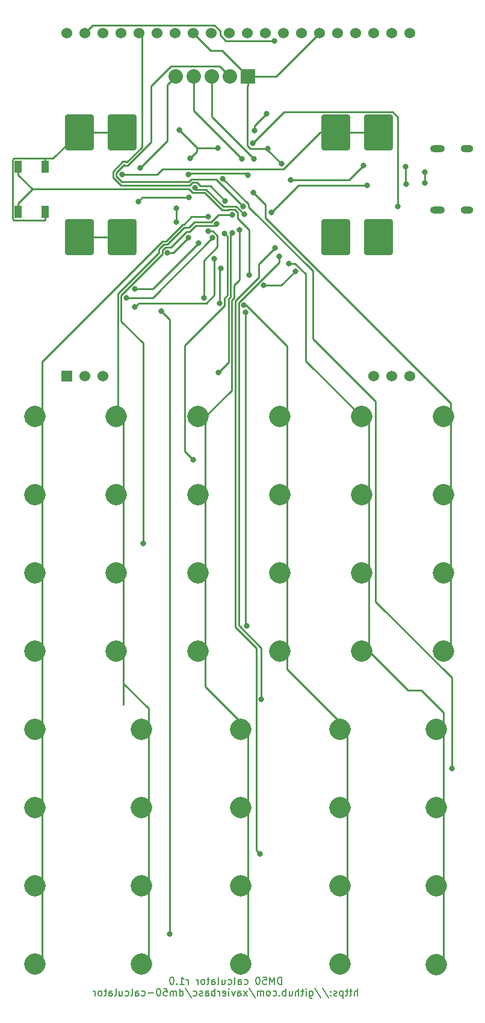
<source format=gbr>
%TF.GenerationSoftware,KiCad,Pcbnew,8.0.1*%
%TF.CreationDate,2024-04-23T17:34:02+02:00*%
%TF.ProjectId,DM50,444d3530-2e6b-4696-9361-645f70636258,rev?*%
%TF.SameCoordinates,Original*%
%TF.FileFunction,Copper,L2,Bot*%
%TF.FilePolarity,Positive*%
%FSLAX46Y46*%
G04 Gerber Fmt 4.6, Leading zero omitted, Abs format (unit mm)*
G04 Created by KiCad (PCBNEW 8.0.1) date 2024-04-23 17:34:02*
%MOMM*%
%LPD*%
G01*
G04 APERTURE LIST*
G04 Aperture macros list*
%AMRoundRect*
0 Rectangle with rounded corners*
0 $1 Rounding radius*
0 $2 $3 $4 $5 $6 $7 $8 $9 X,Y pos of 4 corners*
0 Add a 4 corners polygon primitive as box body*
4,1,4,$2,$3,$4,$5,$6,$7,$8,$9,$2,$3,0*
0 Add four circle primitives for the rounded corners*
1,1,$1+$1,$2,$3*
1,1,$1+$1,$4,$5*
1,1,$1+$1,$6,$7*
1,1,$1+$1,$8,$9*
0 Add four rect primitives between the rounded corners*
20,1,$1+$1,$2,$3,$4,$5,0*
20,1,$1+$1,$4,$5,$6,$7,0*
20,1,$1+$1,$6,$7,$8,$9,0*
20,1,$1+$1,$8,$9,$2,$3,0*%
%AMFreePoly0*
4,1,39,-0.648508,1.451192,-0.414662,1.370913,-0.197219,1.253238,-0.002109,1.101379,0.165343,0.919476,0.300572,0.712493,0.399888,0.486075,0.460583,0.246398,0.481000,0.000000,0.460583,-0.246398,0.399888,-0.486075,0.300572,-0.712493,0.165343,-0.919476,-0.002109,-1.101379,-0.197219,-1.253238,-0.414662,-1.370913,-0.648508,-1.451192,-0.892379,-1.491887,-1.139621,-1.491887,-1.383492,-1.451192,
-1.617338,-1.370913,-1.834781,-1.253238,-2.029891,-1.101379,-2.197343,-0.919476,-2.332572,-0.712493,-2.431888,-0.486075,-2.492583,-0.246398,-2.513000,0.000000,-2.492583,0.246398,-2.431888,0.486075,-2.332572,0.712493,-2.197343,0.919476,-2.029891,1.101379,-1.834781,1.253238,-1.617338,1.370913,-1.383492,1.451192,-1.139621,1.491887,-0.892379,1.491887,-0.648508,1.451192,-0.648508,1.451192,
$1*%
G04 Aperture macros list end*
%ADD10C,0.150000*%
%TA.AperFunction,NonConductor*%
%ADD11C,0.150000*%
%TD*%
%TA.AperFunction,ComponentPad*%
%ADD12FreePoly0,0.000000*%
%TD*%
%TA.AperFunction,ComponentPad*%
%ADD13O,2.100000X1.000000*%
%TD*%
%TA.AperFunction,ComponentPad*%
%ADD14O,1.800000X1.000000*%
%TD*%
%TA.AperFunction,ComponentPad*%
%ADD15R,1.524000X1.524000*%
%TD*%
%TA.AperFunction,ComponentPad*%
%ADD16C,1.524000*%
%TD*%
%TA.AperFunction,ComponentPad*%
%ADD17RoundRect,0.250000X1.750000X-2.250000X1.750000X2.250000X-1.750000X2.250000X-1.750000X-2.250000X0*%
%TD*%
%TA.AperFunction,SMDPad,CuDef*%
%ADD18R,2.032000X2.032000*%
%TD*%
%TA.AperFunction,SMDPad,CuDef*%
%ADD19C,2.032000*%
%TD*%
%TA.AperFunction,SMDPad,CuDef*%
%ADD20R,1.000000X1.700000*%
%TD*%
%TA.AperFunction,ViaPad*%
%ADD21C,0.800000*%
%TD*%
%TA.AperFunction,Conductor*%
%ADD22C,0.250000*%
%TD*%
G04 APERTURE END LIST*
D10*
D11*
X90233334Y-167859875D02*
X90233334Y-166859875D01*
X90233334Y-166859875D02*
X89995239Y-166859875D01*
X89995239Y-166859875D02*
X89852382Y-166907494D01*
X89852382Y-166907494D02*
X89757144Y-167002732D01*
X89757144Y-167002732D02*
X89709525Y-167097970D01*
X89709525Y-167097970D02*
X89661906Y-167288446D01*
X89661906Y-167288446D02*
X89661906Y-167431303D01*
X89661906Y-167431303D02*
X89709525Y-167621779D01*
X89709525Y-167621779D02*
X89757144Y-167717017D01*
X89757144Y-167717017D02*
X89852382Y-167812256D01*
X89852382Y-167812256D02*
X89995239Y-167859875D01*
X89995239Y-167859875D02*
X90233334Y-167859875D01*
X89233334Y-167859875D02*
X89233334Y-166859875D01*
X89233334Y-166859875D02*
X88900001Y-167574160D01*
X88900001Y-167574160D02*
X88566668Y-166859875D01*
X88566668Y-166859875D02*
X88566668Y-167859875D01*
X87614287Y-166859875D02*
X88090477Y-166859875D01*
X88090477Y-166859875D02*
X88138096Y-167336065D01*
X88138096Y-167336065D02*
X88090477Y-167288446D01*
X88090477Y-167288446D02*
X87995239Y-167240827D01*
X87995239Y-167240827D02*
X87757144Y-167240827D01*
X87757144Y-167240827D02*
X87661906Y-167288446D01*
X87661906Y-167288446D02*
X87614287Y-167336065D01*
X87614287Y-167336065D02*
X87566668Y-167431303D01*
X87566668Y-167431303D02*
X87566668Y-167669398D01*
X87566668Y-167669398D02*
X87614287Y-167764636D01*
X87614287Y-167764636D02*
X87661906Y-167812256D01*
X87661906Y-167812256D02*
X87757144Y-167859875D01*
X87757144Y-167859875D02*
X87995239Y-167859875D01*
X87995239Y-167859875D02*
X88090477Y-167812256D01*
X88090477Y-167812256D02*
X88138096Y-167764636D01*
X86947620Y-166859875D02*
X86852382Y-166859875D01*
X86852382Y-166859875D02*
X86757144Y-166907494D01*
X86757144Y-166907494D02*
X86709525Y-166955113D01*
X86709525Y-166955113D02*
X86661906Y-167050351D01*
X86661906Y-167050351D02*
X86614287Y-167240827D01*
X86614287Y-167240827D02*
X86614287Y-167478922D01*
X86614287Y-167478922D02*
X86661906Y-167669398D01*
X86661906Y-167669398D02*
X86709525Y-167764636D01*
X86709525Y-167764636D02*
X86757144Y-167812256D01*
X86757144Y-167812256D02*
X86852382Y-167859875D01*
X86852382Y-167859875D02*
X86947620Y-167859875D01*
X86947620Y-167859875D02*
X87042858Y-167812256D01*
X87042858Y-167812256D02*
X87090477Y-167764636D01*
X87090477Y-167764636D02*
X87138096Y-167669398D01*
X87138096Y-167669398D02*
X87185715Y-167478922D01*
X87185715Y-167478922D02*
X87185715Y-167240827D01*
X87185715Y-167240827D02*
X87138096Y-167050351D01*
X87138096Y-167050351D02*
X87090477Y-166955113D01*
X87090477Y-166955113D02*
X87042858Y-166907494D01*
X87042858Y-166907494D02*
X86947620Y-166859875D01*
X84995239Y-167812256D02*
X85090477Y-167859875D01*
X85090477Y-167859875D02*
X85280953Y-167859875D01*
X85280953Y-167859875D02*
X85376191Y-167812256D01*
X85376191Y-167812256D02*
X85423810Y-167764636D01*
X85423810Y-167764636D02*
X85471429Y-167669398D01*
X85471429Y-167669398D02*
X85471429Y-167383684D01*
X85471429Y-167383684D02*
X85423810Y-167288446D01*
X85423810Y-167288446D02*
X85376191Y-167240827D01*
X85376191Y-167240827D02*
X85280953Y-167193208D01*
X85280953Y-167193208D02*
X85090477Y-167193208D01*
X85090477Y-167193208D02*
X84995239Y-167240827D01*
X84138096Y-167859875D02*
X84138096Y-167336065D01*
X84138096Y-167336065D02*
X84185715Y-167240827D01*
X84185715Y-167240827D02*
X84280953Y-167193208D01*
X84280953Y-167193208D02*
X84471429Y-167193208D01*
X84471429Y-167193208D02*
X84566667Y-167240827D01*
X84138096Y-167812256D02*
X84233334Y-167859875D01*
X84233334Y-167859875D02*
X84471429Y-167859875D01*
X84471429Y-167859875D02*
X84566667Y-167812256D01*
X84566667Y-167812256D02*
X84614286Y-167717017D01*
X84614286Y-167717017D02*
X84614286Y-167621779D01*
X84614286Y-167621779D02*
X84566667Y-167526541D01*
X84566667Y-167526541D02*
X84471429Y-167478922D01*
X84471429Y-167478922D02*
X84233334Y-167478922D01*
X84233334Y-167478922D02*
X84138096Y-167431303D01*
X83519048Y-167859875D02*
X83614286Y-167812256D01*
X83614286Y-167812256D02*
X83661905Y-167717017D01*
X83661905Y-167717017D02*
X83661905Y-166859875D01*
X82709524Y-167812256D02*
X82804762Y-167859875D01*
X82804762Y-167859875D02*
X82995238Y-167859875D01*
X82995238Y-167859875D02*
X83090476Y-167812256D01*
X83090476Y-167812256D02*
X83138095Y-167764636D01*
X83138095Y-167764636D02*
X83185714Y-167669398D01*
X83185714Y-167669398D02*
X83185714Y-167383684D01*
X83185714Y-167383684D02*
X83138095Y-167288446D01*
X83138095Y-167288446D02*
X83090476Y-167240827D01*
X83090476Y-167240827D02*
X82995238Y-167193208D01*
X82995238Y-167193208D02*
X82804762Y-167193208D01*
X82804762Y-167193208D02*
X82709524Y-167240827D01*
X81852381Y-167193208D02*
X81852381Y-167859875D01*
X82280952Y-167193208D02*
X82280952Y-167717017D01*
X82280952Y-167717017D02*
X82233333Y-167812256D01*
X82233333Y-167812256D02*
X82138095Y-167859875D01*
X82138095Y-167859875D02*
X81995238Y-167859875D01*
X81995238Y-167859875D02*
X81900000Y-167812256D01*
X81900000Y-167812256D02*
X81852381Y-167764636D01*
X81233333Y-167859875D02*
X81328571Y-167812256D01*
X81328571Y-167812256D02*
X81376190Y-167717017D01*
X81376190Y-167717017D02*
X81376190Y-166859875D01*
X80423809Y-167859875D02*
X80423809Y-167336065D01*
X80423809Y-167336065D02*
X80471428Y-167240827D01*
X80471428Y-167240827D02*
X80566666Y-167193208D01*
X80566666Y-167193208D02*
X80757142Y-167193208D01*
X80757142Y-167193208D02*
X80852380Y-167240827D01*
X80423809Y-167812256D02*
X80519047Y-167859875D01*
X80519047Y-167859875D02*
X80757142Y-167859875D01*
X80757142Y-167859875D02*
X80852380Y-167812256D01*
X80852380Y-167812256D02*
X80899999Y-167717017D01*
X80899999Y-167717017D02*
X80899999Y-167621779D01*
X80899999Y-167621779D02*
X80852380Y-167526541D01*
X80852380Y-167526541D02*
X80757142Y-167478922D01*
X80757142Y-167478922D02*
X80519047Y-167478922D01*
X80519047Y-167478922D02*
X80423809Y-167431303D01*
X80090475Y-167193208D02*
X79709523Y-167193208D01*
X79947618Y-166859875D02*
X79947618Y-167717017D01*
X79947618Y-167717017D02*
X79899999Y-167812256D01*
X79899999Y-167812256D02*
X79804761Y-167859875D01*
X79804761Y-167859875D02*
X79709523Y-167859875D01*
X79233332Y-167859875D02*
X79328570Y-167812256D01*
X79328570Y-167812256D02*
X79376189Y-167764636D01*
X79376189Y-167764636D02*
X79423808Y-167669398D01*
X79423808Y-167669398D02*
X79423808Y-167383684D01*
X79423808Y-167383684D02*
X79376189Y-167288446D01*
X79376189Y-167288446D02*
X79328570Y-167240827D01*
X79328570Y-167240827D02*
X79233332Y-167193208D01*
X79233332Y-167193208D02*
X79090475Y-167193208D01*
X79090475Y-167193208D02*
X78995237Y-167240827D01*
X78995237Y-167240827D02*
X78947618Y-167288446D01*
X78947618Y-167288446D02*
X78899999Y-167383684D01*
X78899999Y-167383684D02*
X78899999Y-167669398D01*
X78899999Y-167669398D02*
X78947618Y-167764636D01*
X78947618Y-167764636D02*
X78995237Y-167812256D01*
X78995237Y-167812256D02*
X79090475Y-167859875D01*
X79090475Y-167859875D02*
X79233332Y-167859875D01*
X78471427Y-167859875D02*
X78471427Y-167193208D01*
X78471427Y-167383684D02*
X78423808Y-167288446D01*
X78423808Y-167288446D02*
X78376189Y-167240827D01*
X78376189Y-167240827D02*
X78280951Y-167193208D01*
X78280951Y-167193208D02*
X78185713Y-167193208D01*
X77090474Y-167859875D02*
X77090474Y-167193208D01*
X77090474Y-167383684D02*
X77042855Y-167288446D01*
X77042855Y-167288446D02*
X76995236Y-167240827D01*
X76995236Y-167240827D02*
X76899998Y-167193208D01*
X76899998Y-167193208D02*
X76804760Y-167193208D01*
X75947617Y-167859875D02*
X76519045Y-167859875D01*
X76233331Y-167859875D02*
X76233331Y-166859875D01*
X76233331Y-166859875D02*
X76328569Y-167002732D01*
X76328569Y-167002732D02*
X76423807Y-167097970D01*
X76423807Y-167097970D02*
X76519045Y-167145589D01*
X75519045Y-167764636D02*
X75471426Y-167812256D01*
X75471426Y-167812256D02*
X75519045Y-167859875D01*
X75519045Y-167859875D02*
X75566664Y-167812256D01*
X75566664Y-167812256D02*
X75519045Y-167764636D01*
X75519045Y-167764636D02*
X75519045Y-167859875D01*
X74852379Y-166859875D02*
X74757141Y-166859875D01*
X74757141Y-166859875D02*
X74661903Y-166907494D01*
X74661903Y-166907494D02*
X74614284Y-166955113D01*
X74614284Y-166955113D02*
X74566665Y-167050351D01*
X74566665Y-167050351D02*
X74519046Y-167240827D01*
X74519046Y-167240827D02*
X74519046Y-167478922D01*
X74519046Y-167478922D02*
X74566665Y-167669398D01*
X74566665Y-167669398D02*
X74614284Y-167764636D01*
X74614284Y-167764636D02*
X74661903Y-167812256D01*
X74661903Y-167812256D02*
X74757141Y-167859875D01*
X74757141Y-167859875D02*
X74852379Y-167859875D01*
X74852379Y-167859875D02*
X74947617Y-167812256D01*
X74947617Y-167812256D02*
X74995236Y-167764636D01*
X74995236Y-167764636D02*
X75042855Y-167669398D01*
X75042855Y-167669398D02*
X75090474Y-167478922D01*
X75090474Y-167478922D02*
X75090474Y-167240827D01*
X75090474Y-167240827D02*
X75042855Y-167050351D01*
X75042855Y-167050351D02*
X74995236Y-166955113D01*
X74995236Y-166955113D02*
X74947617Y-166907494D01*
X74947617Y-166907494D02*
X74852379Y-166859875D01*
X100923810Y-169469819D02*
X100923810Y-168469819D01*
X100495239Y-169469819D02*
X100495239Y-168946009D01*
X100495239Y-168946009D02*
X100542858Y-168850771D01*
X100542858Y-168850771D02*
X100638096Y-168803152D01*
X100638096Y-168803152D02*
X100780953Y-168803152D01*
X100780953Y-168803152D02*
X100876191Y-168850771D01*
X100876191Y-168850771D02*
X100923810Y-168898390D01*
X100161905Y-168803152D02*
X99780953Y-168803152D01*
X100019048Y-168469819D02*
X100019048Y-169326961D01*
X100019048Y-169326961D02*
X99971429Y-169422200D01*
X99971429Y-169422200D02*
X99876191Y-169469819D01*
X99876191Y-169469819D02*
X99780953Y-169469819D01*
X99590476Y-168803152D02*
X99209524Y-168803152D01*
X99447619Y-168469819D02*
X99447619Y-169326961D01*
X99447619Y-169326961D02*
X99400000Y-169422200D01*
X99400000Y-169422200D02*
X99304762Y-169469819D01*
X99304762Y-169469819D02*
X99209524Y-169469819D01*
X98876190Y-168803152D02*
X98876190Y-169803152D01*
X98876190Y-168850771D02*
X98780952Y-168803152D01*
X98780952Y-168803152D02*
X98590476Y-168803152D01*
X98590476Y-168803152D02*
X98495238Y-168850771D01*
X98495238Y-168850771D02*
X98447619Y-168898390D01*
X98447619Y-168898390D02*
X98400000Y-168993628D01*
X98400000Y-168993628D02*
X98400000Y-169279342D01*
X98400000Y-169279342D02*
X98447619Y-169374580D01*
X98447619Y-169374580D02*
X98495238Y-169422200D01*
X98495238Y-169422200D02*
X98590476Y-169469819D01*
X98590476Y-169469819D02*
X98780952Y-169469819D01*
X98780952Y-169469819D02*
X98876190Y-169422200D01*
X98019047Y-169422200D02*
X97923809Y-169469819D01*
X97923809Y-169469819D02*
X97733333Y-169469819D01*
X97733333Y-169469819D02*
X97638095Y-169422200D01*
X97638095Y-169422200D02*
X97590476Y-169326961D01*
X97590476Y-169326961D02*
X97590476Y-169279342D01*
X97590476Y-169279342D02*
X97638095Y-169184104D01*
X97638095Y-169184104D02*
X97733333Y-169136485D01*
X97733333Y-169136485D02*
X97876190Y-169136485D01*
X97876190Y-169136485D02*
X97971428Y-169088866D01*
X97971428Y-169088866D02*
X98019047Y-168993628D01*
X98019047Y-168993628D02*
X98019047Y-168946009D01*
X98019047Y-168946009D02*
X97971428Y-168850771D01*
X97971428Y-168850771D02*
X97876190Y-168803152D01*
X97876190Y-168803152D02*
X97733333Y-168803152D01*
X97733333Y-168803152D02*
X97638095Y-168850771D01*
X97161904Y-169374580D02*
X97114285Y-169422200D01*
X97114285Y-169422200D02*
X97161904Y-169469819D01*
X97161904Y-169469819D02*
X97209523Y-169422200D01*
X97209523Y-169422200D02*
X97161904Y-169374580D01*
X97161904Y-169374580D02*
X97161904Y-169469819D01*
X97161904Y-168850771D02*
X97114285Y-168898390D01*
X97114285Y-168898390D02*
X97161904Y-168946009D01*
X97161904Y-168946009D02*
X97209523Y-168898390D01*
X97209523Y-168898390D02*
X97161904Y-168850771D01*
X97161904Y-168850771D02*
X97161904Y-168946009D01*
X95971429Y-168422200D02*
X96828571Y-169707914D01*
X94923810Y-168422200D02*
X95780952Y-169707914D01*
X94161905Y-168803152D02*
X94161905Y-169612676D01*
X94161905Y-169612676D02*
X94209524Y-169707914D01*
X94209524Y-169707914D02*
X94257143Y-169755533D01*
X94257143Y-169755533D02*
X94352381Y-169803152D01*
X94352381Y-169803152D02*
X94495238Y-169803152D01*
X94495238Y-169803152D02*
X94590476Y-169755533D01*
X94161905Y-169422200D02*
X94257143Y-169469819D01*
X94257143Y-169469819D02*
X94447619Y-169469819D01*
X94447619Y-169469819D02*
X94542857Y-169422200D01*
X94542857Y-169422200D02*
X94590476Y-169374580D01*
X94590476Y-169374580D02*
X94638095Y-169279342D01*
X94638095Y-169279342D02*
X94638095Y-168993628D01*
X94638095Y-168993628D02*
X94590476Y-168898390D01*
X94590476Y-168898390D02*
X94542857Y-168850771D01*
X94542857Y-168850771D02*
X94447619Y-168803152D01*
X94447619Y-168803152D02*
X94257143Y-168803152D01*
X94257143Y-168803152D02*
X94161905Y-168850771D01*
X93685714Y-169469819D02*
X93685714Y-168803152D01*
X93685714Y-168469819D02*
X93733333Y-168517438D01*
X93733333Y-168517438D02*
X93685714Y-168565057D01*
X93685714Y-168565057D02*
X93638095Y-168517438D01*
X93638095Y-168517438D02*
X93685714Y-168469819D01*
X93685714Y-168469819D02*
X93685714Y-168565057D01*
X93352381Y-168803152D02*
X92971429Y-168803152D01*
X93209524Y-168469819D02*
X93209524Y-169326961D01*
X93209524Y-169326961D02*
X93161905Y-169422200D01*
X93161905Y-169422200D02*
X93066667Y-169469819D01*
X93066667Y-169469819D02*
X92971429Y-169469819D01*
X92638095Y-169469819D02*
X92638095Y-168469819D01*
X92209524Y-169469819D02*
X92209524Y-168946009D01*
X92209524Y-168946009D02*
X92257143Y-168850771D01*
X92257143Y-168850771D02*
X92352381Y-168803152D01*
X92352381Y-168803152D02*
X92495238Y-168803152D01*
X92495238Y-168803152D02*
X92590476Y-168850771D01*
X92590476Y-168850771D02*
X92638095Y-168898390D01*
X91304762Y-168803152D02*
X91304762Y-169469819D01*
X91733333Y-168803152D02*
X91733333Y-169326961D01*
X91733333Y-169326961D02*
X91685714Y-169422200D01*
X91685714Y-169422200D02*
X91590476Y-169469819D01*
X91590476Y-169469819D02*
X91447619Y-169469819D01*
X91447619Y-169469819D02*
X91352381Y-169422200D01*
X91352381Y-169422200D02*
X91304762Y-169374580D01*
X90828571Y-169469819D02*
X90828571Y-168469819D01*
X90828571Y-168850771D02*
X90733333Y-168803152D01*
X90733333Y-168803152D02*
X90542857Y-168803152D01*
X90542857Y-168803152D02*
X90447619Y-168850771D01*
X90447619Y-168850771D02*
X90400000Y-168898390D01*
X90400000Y-168898390D02*
X90352381Y-168993628D01*
X90352381Y-168993628D02*
X90352381Y-169279342D01*
X90352381Y-169279342D02*
X90400000Y-169374580D01*
X90400000Y-169374580D02*
X90447619Y-169422200D01*
X90447619Y-169422200D02*
X90542857Y-169469819D01*
X90542857Y-169469819D02*
X90733333Y-169469819D01*
X90733333Y-169469819D02*
X90828571Y-169422200D01*
X89923809Y-169374580D02*
X89876190Y-169422200D01*
X89876190Y-169422200D02*
X89923809Y-169469819D01*
X89923809Y-169469819D02*
X89971428Y-169422200D01*
X89971428Y-169422200D02*
X89923809Y-169374580D01*
X89923809Y-169374580D02*
X89923809Y-169469819D01*
X89019048Y-169422200D02*
X89114286Y-169469819D01*
X89114286Y-169469819D02*
X89304762Y-169469819D01*
X89304762Y-169469819D02*
X89400000Y-169422200D01*
X89400000Y-169422200D02*
X89447619Y-169374580D01*
X89447619Y-169374580D02*
X89495238Y-169279342D01*
X89495238Y-169279342D02*
X89495238Y-168993628D01*
X89495238Y-168993628D02*
X89447619Y-168898390D01*
X89447619Y-168898390D02*
X89400000Y-168850771D01*
X89400000Y-168850771D02*
X89304762Y-168803152D01*
X89304762Y-168803152D02*
X89114286Y-168803152D01*
X89114286Y-168803152D02*
X89019048Y-168850771D01*
X88447619Y-169469819D02*
X88542857Y-169422200D01*
X88542857Y-169422200D02*
X88590476Y-169374580D01*
X88590476Y-169374580D02*
X88638095Y-169279342D01*
X88638095Y-169279342D02*
X88638095Y-168993628D01*
X88638095Y-168993628D02*
X88590476Y-168898390D01*
X88590476Y-168898390D02*
X88542857Y-168850771D01*
X88542857Y-168850771D02*
X88447619Y-168803152D01*
X88447619Y-168803152D02*
X88304762Y-168803152D01*
X88304762Y-168803152D02*
X88209524Y-168850771D01*
X88209524Y-168850771D02*
X88161905Y-168898390D01*
X88161905Y-168898390D02*
X88114286Y-168993628D01*
X88114286Y-168993628D02*
X88114286Y-169279342D01*
X88114286Y-169279342D02*
X88161905Y-169374580D01*
X88161905Y-169374580D02*
X88209524Y-169422200D01*
X88209524Y-169422200D02*
X88304762Y-169469819D01*
X88304762Y-169469819D02*
X88447619Y-169469819D01*
X87685714Y-169469819D02*
X87685714Y-168803152D01*
X87685714Y-168898390D02*
X87638095Y-168850771D01*
X87638095Y-168850771D02*
X87542857Y-168803152D01*
X87542857Y-168803152D02*
X87400000Y-168803152D01*
X87400000Y-168803152D02*
X87304762Y-168850771D01*
X87304762Y-168850771D02*
X87257143Y-168946009D01*
X87257143Y-168946009D02*
X87257143Y-169469819D01*
X87257143Y-168946009D02*
X87209524Y-168850771D01*
X87209524Y-168850771D02*
X87114286Y-168803152D01*
X87114286Y-168803152D02*
X86971429Y-168803152D01*
X86971429Y-168803152D02*
X86876190Y-168850771D01*
X86876190Y-168850771D02*
X86828571Y-168946009D01*
X86828571Y-168946009D02*
X86828571Y-169469819D01*
X85638096Y-168422200D02*
X86495238Y-169707914D01*
X85400000Y-169469819D02*
X84876191Y-168803152D01*
X85400000Y-168803152D02*
X84876191Y-169469819D01*
X84066667Y-169469819D02*
X84066667Y-168946009D01*
X84066667Y-168946009D02*
X84114286Y-168850771D01*
X84114286Y-168850771D02*
X84209524Y-168803152D01*
X84209524Y-168803152D02*
X84400000Y-168803152D01*
X84400000Y-168803152D02*
X84495238Y-168850771D01*
X84066667Y-169422200D02*
X84161905Y-169469819D01*
X84161905Y-169469819D02*
X84400000Y-169469819D01*
X84400000Y-169469819D02*
X84495238Y-169422200D01*
X84495238Y-169422200D02*
X84542857Y-169326961D01*
X84542857Y-169326961D02*
X84542857Y-169231723D01*
X84542857Y-169231723D02*
X84495238Y-169136485D01*
X84495238Y-169136485D02*
X84400000Y-169088866D01*
X84400000Y-169088866D02*
X84161905Y-169088866D01*
X84161905Y-169088866D02*
X84066667Y-169041247D01*
X83685714Y-168803152D02*
X83447619Y-169469819D01*
X83447619Y-169469819D02*
X83209524Y-168803152D01*
X82828571Y-169469819D02*
X82828571Y-168803152D01*
X82828571Y-168469819D02*
X82876190Y-168517438D01*
X82876190Y-168517438D02*
X82828571Y-168565057D01*
X82828571Y-168565057D02*
X82780952Y-168517438D01*
X82780952Y-168517438D02*
X82828571Y-168469819D01*
X82828571Y-168469819D02*
X82828571Y-168565057D01*
X81971429Y-169422200D02*
X82066667Y-169469819D01*
X82066667Y-169469819D02*
X82257143Y-169469819D01*
X82257143Y-169469819D02*
X82352381Y-169422200D01*
X82352381Y-169422200D02*
X82400000Y-169326961D01*
X82400000Y-169326961D02*
X82400000Y-168946009D01*
X82400000Y-168946009D02*
X82352381Y-168850771D01*
X82352381Y-168850771D02*
X82257143Y-168803152D01*
X82257143Y-168803152D02*
X82066667Y-168803152D01*
X82066667Y-168803152D02*
X81971429Y-168850771D01*
X81971429Y-168850771D02*
X81923810Y-168946009D01*
X81923810Y-168946009D02*
X81923810Y-169041247D01*
X81923810Y-169041247D02*
X82400000Y-169136485D01*
X81495238Y-169469819D02*
X81495238Y-168803152D01*
X81495238Y-168993628D02*
X81447619Y-168898390D01*
X81447619Y-168898390D02*
X81400000Y-168850771D01*
X81400000Y-168850771D02*
X81304762Y-168803152D01*
X81304762Y-168803152D02*
X81209524Y-168803152D01*
X80876190Y-169469819D02*
X80876190Y-168469819D01*
X80876190Y-168850771D02*
X80780952Y-168803152D01*
X80780952Y-168803152D02*
X80590476Y-168803152D01*
X80590476Y-168803152D02*
X80495238Y-168850771D01*
X80495238Y-168850771D02*
X80447619Y-168898390D01*
X80447619Y-168898390D02*
X80400000Y-168993628D01*
X80400000Y-168993628D02*
X80400000Y-169279342D01*
X80400000Y-169279342D02*
X80447619Y-169374580D01*
X80447619Y-169374580D02*
X80495238Y-169422200D01*
X80495238Y-169422200D02*
X80590476Y-169469819D01*
X80590476Y-169469819D02*
X80780952Y-169469819D01*
X80780952Y-169469819D02*
X80876190Y-169422200D01*
X79542857Y-169469819D02*
X79542857Y-168946009D01*
X79542857Y-168946009D02*
X79590476Y-168850771D01*
X79590476Y-168850771D02*
X79685714Y-168803152D01*
X79685714Y-168803152D02*
X79876190Y-168803152D01*
X79876190Y-168803152D02*
X79971428Y-168850771D01*
X79542857Y-169422200D02*
X79638095Y-169469819D01*
X79638095Y-169469819D02*
X79876190Y-169469819D01*
X79876190Y-169469819D02*
X79971428Y-169422200D01*
X79971428Y-169422200D02*
X80019047Y-169326961D01*
X80019047Y-169326961D02*
X80019047Y-169231723D01*
X80019047Y-169231723D02*
X79971428Y-169136485D01*
X79971428Y-169136485D02*
X79876190Y-169088866D01*
X79876190Y-169088866D02*
X79638095Y-169088866D01*
X79638095Y-169088866D02*
X79542857Y-169041247D01*
X79114285Y-169422200D02*
X79019047Y-169469819D01*
X79019047Y-169469819D02*
X78828571Y-169469819D01*
X78828571Y-169469819D02*
X78733333Y-169422200D01*
X78733333Y-169422200D02*
X78685714Y-169326961D01*
X78685714Y-169326961D02*
X78685714Y-169279342D01*
X78685714Y-169279342D02*
X78733333Y-169184104D01*
X78733333Y-169184104D02*
X78828571Y-169136485D01*
X78828571Y-169136485D02*
X78971428Y-169136485D01*
X78971428Y-169136485D02*
X79066666Y-169088866D01*
X79066666Y-169088866D02*
X79114285Y-168993628D01*
X79114285Y-168993628D02*
X79114285Y-168946009D01*
X79114285Y-168946009D02*
X79066666Y-168850771D01*
X79066666Y-168850771D02*
X78971428Y-168803152D01*
X78971428Y-168803152D02*
X78828571Y-168803152D01*
X78828571Y-168803152D02*
X78733333Y-168850771D01*
X77828571Y-169422200D02*
X77923809Y-169469819D01*
X77923809Y-169469819D02*
X78114285Y-169469819D01*
X78114285Y-169469819D02*
X78209523Y-169422200D01*
X78209523Y-169422200D02*
X78257142Y-169374580D01*
X78257142Y-169374580D02*
X78304761Y-169279342D01*
X78304761Y-169279342D02*
X78304761Y-168993628D01*
X78304761Y-168993628D02*
X78257142Y-168898390D01*
X78257142Y-168898390D02*
X78209523Y-168850771D01*
X78209523Y-168850771D02*
X78114285Y-168803152D01*
X78114285Y-168803152D02*
X77923809Y-168803152D01*
X77923809Y-168803152D02*
X77828571Y-168850771D01*
X76685714Y-168422200D02*
X77542856Y-169707914D01*
X75923809Y-169469819D02*
X75923809Y-168469819D01*
X75923809Y-169422200D02*
X76019047Y-169469819D01*
X76019047Y-169469819D02*
X76209523Y-169469819D01*
X76209523Y-169469819D02*
X76304761Y-169422200D01*
X76304761Y-169422200D02*
X76352380Y-169374580D01*
X76352380Y-169374580D02*
X76399999Y-169279342D01*
X76399999Y-169279342D02*
X76399999Y-168993628D01*
X76399999Y-168993628D02*
X76352380Y-168898390D01*
X76352380Y-168898390D02*
X76304761Y-168850771D01*
X76304761Y-168850771D02*
X76209523Y-168803152D01*
X76209523Y-168803152D02*
X76019047Y-168803152D01*
X76019047Y-168803152D02*
X75923809Y-168850771D01*
X75447618Y-169469819D02*
X75447618Y-168803152D01*
X75447618Y-168898390D02*
X75399999Y-168850771D01*
X75399999Y-168850771D02*
X75304761Y-168803152D01*
X75304761Y-168803152D02*
X75161904Y-168803152D01*
X75161904Y-168803152D02*
X75066666Y-168850771D01*
X75066666Y-168850771D02*
X75019047Y-168946009D01*
X75019047Y-168946009D02*
X75019047Y-169469819D01*
X75019047Y-168946009D02*
X74971428Y-168850771D01*
X74971428Y-168850771D02*
X74876190Y-168803152D01*
X74876190Y-168803152D02*
X74733333Y-168803152D01*
X74733333Y-168803152D02*
X74638094Y-168850771D01*
X74638094Y-168850771D02*
X74590475Y-168946009D01*
X74590475Y-168946009D02*
X74590475Y-169469819D01*
X73638095Y-168469819D02*
X74114285Y-168469819D01*
X74114285Y-168469819D02*
X74161904Y-168946009D01*
X74161904Y-168946009D02*
X74114285Y-168898390D01*
X74114285Y-168898390D02*
X74019047Y-168850771D01*
X74019047Y-168850771D02*
X73780952Y-168850771D01*
X73780952Y-168850771D02*
X73685714Y-168898390D01*
X73685714Y-168898390D02*
X73638095Y-168946009D01*
X73638095Y-168946009D02*
X73590476Y-169041247D01*
X73590476Y-169041247D02*
X73590476Y-169279342D01*
X73590476Y-169279342D02*
X73638095Y-169374580D01*
X73638095Y-169374580D02*
X73685714Y-169422200D01*
X73685714Y-169422200D02*
X73780952Y-169469819D01*
X73780952Y-169469819D02*
X74019047Y-169469819D01*
X74019047Y-169469819D02*
X74114285Y-169422200D01*
X74114285Y-169422200D02*
X74161904Y-169374580D01*
X72971428Y-168469819D02*
X72876190Y-168469819D01*
X72876190Y-168469819D02*
X72780952Y-168517438D01*
X72780952Y-168517438D02*
X72733333Y-168565057D01*
X72733333Y-168565057D02*
X72685714Y-168660295D01*
X72685714Y-168660295D02*
X72638095Y-168850771D01*
X72638095Y-168850771D02*
X72638095Y-169088866D01*
X72638095Y-169088866D02*
X72685714Y-169279342D01*
X72685714Y-169279342D02*
X72733333Y-169374580D01*
X72733333Y-169374580D02*
X72780952Y-169422200D01*
X72780952Y-169422200D02*
X72876190Y-169469819D01*
X72876190Y-169469819D02*
X72971428Y-169469819D01*
X72971428Y-169469819D02*
X73066666Y-169422200D01*
X73066666Y-169422200D02*
X73114285Y-169374580D01*
X73114285Y-169374580D02*
X73161904Y-169279342D01*
X73161904Y-169279342D02*
X73209523Y-169088866D01*
X73209523Y-169088866D02*
X73209523Y-168850771D01*
X73209523Y-168850771D02*
X73161904Y-168660295D01*
X73161904Y-168660295D02*
X73114285Y-168565057D01*
X73114285Y-168565057D02*
X73066666Y-168517438D01*
X73066666Y-168517438D02*
X72971428Y-168469819D01*
X72209523Y-169088866D02*
X71447619Y-169088866D01*
X70542857Y-169422200D02*
X70638095Y-169469819D01*
X70638095Y-169469819D02*
X70828571Y-169469819D01*
X70828571Y-169469819D02*
X70923809Y-169422200D01*
X70923809Y-169422200D02*
X70971428Y-169374580D01*
X70971428Y-169374580D02*
X71019047Y-169279342D01*
X71019047Y-169279342D02*
X71019047Y-168993628D01*
X71019047Y-168993628D02*
X70971428Y-168898390D01*
X70971428Y-168898390D02*
X70923809Y-168850771D01*
X70923809Y-168850771D02*
X70828571Y-168803152D01*
X70828571Y-168803152D02*
X70638095Y-168803152D01*
X70638095Y-168803152D02*
X70542857Y-168850771D01*
X69685714Y-169469819D02*
X69685714Y-168946009D01*
X69685714Y-168946009D02*
X69733333Y-168850771D01*
X69733333Y-168850771D02*
X69828571Y-168803152D01*
X69828571Y-168803152D02*
X70019047Y-168803152D01*
X70019047Y-168803152D02*
X70114285Y-168850771D01*
X69685714Y-169422200D02*
X69780952Y-169469819D01*
X69780952Y-169469819D02*
X70019047Y-169469819D01*
X70019047Y-169469819D02*
X70114285Y-169422200D01*
X70114285Y-169422200D02*
X70161904Y-169326961D01*
X70161904Y-169326961D02*
X70161904Y-169231723D01*
X70161904Y-169231723D02*
X70114285Y-169136485D01*
X70114285Y-169136485D02*
X70019047Y-169088866D01*
X70019047Y-169088866D02*
X69780952Y-169088866D01*
X69780952Y-169088866D02*
X69685714Y-169041247D01*
X69066666Y-169469819D02*
X69161904Y-169422200D01*
X69161904Y-169422200D02*
X69209523Y-169326961D01*
X69209523Y-169326961D02*
X69209523Y-168469819D01*
X68257142Y-169422200D02*
X68352380Y-169469819D01*
X68352380Y-169469819D02*
X68542856Y-169469819D01*
X68542856Y-169469819D02*
X68638094Y-169422200D01*
X68638094Y-169422200D02*
X68685713Y-169374580D01*
X68685713Y-169374580D02*
X68733332Y-169279342D01*
X68733332Y-169279342D02*
X68733332Y-168993628D01*
X68733332Y-168993628D02*
X68685713Y-168898390D01*
X68685713Y-168898390D02*
X68638094Y-168850771D01*
X68638094Y-168850771D02*
X68542856Y-168803152D01*
X68542856Y-168803152D02*
X68352380Y-168803152D01*
X68352380Y-168803152D02*
X68257142Y-168850771D01*
X67399999Y-168803152D02*
X67399999Y-169469819D01*
X67828570Y-168803152D02*
X67828570Y-169326961D01*
X67828570Y-169326961D02*
X67780951Y-169422200D01*
X67780951Y-169422200D02*
X67685713Y-169469819D01*
X67685713Y-169469819D02*
X67542856Y-169469819D01*
X67542856Y-169469819D02*
X67447618Y-169422200D01*
X67447618Y-169422200D02*
X67399999Y-169374580D01*
X66780951Y-169469819D02*
X66876189Y-169422200D01*
X66876189Y-169422200D02*
X66923808Y-169326961D01*
X66923808Y-169326961D02*
X66923808Y-168469819D01*
X65971427Y-169469819D02*
X65971427Y-168946009D01*
X65971427Y-168946009D02*
X66019046Y-168850771D01*
X66019046Y-168850771D02*
X66114284Y-168803152D01*
X66114284Y-168803152D02*
X66304760Y-168803152D01*
X66304760Y-168803152D02*
X66399998Y-168850771D01*
X65971427Y-169422200D02*
X66066665Y-169469819D01*
X66066665Y-169469819D02*
X66304760Y-169469819D01*
X66304760Y-169469819D02*
X66399998Y-169422200D01*
X66399998Y-169422200D02*
X66447617Y-169326961D01*
X66447617Y-169326961D02*
X66447617Y-169231723D01*
X66447617Y-169231723D02*
X66399998Y-169136485D01*
X66399998Y-169136485D02*
X66304760Y-169088866D01*
X66304760Y-169088866D02*
X66066665Y-169088866D01*
X66066665Y-169088866D02*
X65971427Y-169041247D01*
X65638093Y-168803152D02*
X65257141Y-168803152D01*
X65495236Y-168469819D02*
X65495236Y-169326961D01*
X65495236Y-169326961D02*
X65447617Y-169422200D01*
X65447617Y-169422200D02*
X65352379Y-169469819D01*
X65352379Y-169469819D02*
X65257141Y-169469819D01*
X64780950Y-169469819D02*
X64876188Y-169422200D01*
X64876188Y-169422200D02*
X64923807Y-169374580D01*
X64923807Y-169374580D02*
X64971426Y-169279342D01*
X64971426Y-169279342D02*
X64971426Y-168993628D01*
X64971426Y-168993628D02*
X64923807Y-168898390D01*
X64923807Y-168898390D02*
X64876188Y-168850771D01*
X64876188Y-168850771D02*
X64780950Y-168803152D01*
X64780950Y-168803152D02*
X64638093Y-168803152D01*
X64638093Y-168803152D02*
X64542855Y-168850771D01*
X64542855Y-168850771D02*
X64495236Y-168898390D01*
X64495236Y-168898390D02*
X64447617Y-168993628D01*
X64447617Y-168993628D02*
X64447617Y-169279342D01*
X64447617Y-169279342D02*
X64495236Y-169374580D01*
X64495236Y-169374580D02*
X64542855Y-169422200D01*
X64542855Y-169422200D02*
X64638093Y-169469819D01*
X64638093Y-169469819D02*
X64780950Y-169469819D01*
X64019045Y-169469819D02*
X64019045Y-168803152D01*
X64019045Y-168993628D02*
X63971426Y-168898390D01*
X63971426Y-168898390D02*
X63923807Y-168850771D01*
X63923807Y-168850771D02*
X63828569Y-168803152D01*
X63828569Y-168803152D02*
X63733331Y-168803152D01*
D12*
%TO.P,SW31,1,1*%
%TO.N,COL02*%
X71516000Y-143000000D03*
%TD*%
%TO.P,SW39,1,1*%
%TO.N,COL05*%
X113016000Y-154000000D03*
%TD*%
%TO.P,SW21,1,1*%
%TO.N,COL03*%
X79516000Y-121000000D03*
%TD*%
%TO.P,SW38,1,1*%
%TO.N,COL04*%
X99516000Y-154000000D03*
%TD*%
%TO.P,SW23,1,1*%
%TO.N,COL05*%
X102516000Y-121000000D03*
%TD*%
%TO.P,SW24,1,1*%
%TO.N,COL06*%
X114016000Y-121000000D03*
%TD*%
%TO.P,SW28,1,1*%
%TO.N,COL04*%
X99516000Y-132000000D03*
%TD*%
%TO.P,SW22,1,1*%
%TO.N,COL04*%
X91016000Y-121000000D03*
%TD*%
%TO.P,SW42,1,1*%
%TO.N,COL03*%
X85516000Y-165000000D03*
%TD*%
%TO.P,SW29,1,1*%
%TO.N,COL05*%
X113016000Y-132000000D03*
%TD*%
%TO.P,SW9,1,1*%
%TO.N,COL03*%
X79516000Y-99000000D03*
%TD*%
%TO.P,SW36,1,1*%
%TO.N,COL02*%
X71516000Y-154000000D03*
%TD*%
%TO.P,SW34,1,1*%
%TO.N,COL05*%
X113016000Y-143000000D03*
%TD*%
%TO.P,SW11,1,1*%
%TO.N,COL05*%
X102516000Y-99000000D03*
%TD*%
%TO.P,SW26,1,1*%
%TO.N,COL02*%
X71516000Y-132000000D03*
%TD*%
%TO.P,SW33,1,1*%
%TO.N,COL04*%
X99516000Y-143000000D03*
%TD*%
%TO.P,SW3,1,1*%
%TO.N,COL03*%
X79516000Y-88000000D03*
%TD*%
%TO.P,SW5,1,1*%
%TO.N,COL05*%
X102516000Y-88000000D03*
%TD*%
%TO.P,SW12,1,1*%
%TO.N,COL06*%
X114016000Y-99000000D03*
%TD*%
%TO.P,SW4,1,1*%
%TO.N,COL04*%
X91016000Y-88000000D03*
%TD*%
%TO.P,SW19,1,1*%
%TO.N,COL01*%
X56516000Y-121000000D03*
%TD*%
%TO.P,SW20,1,1*%
%TO.N,COL02*%
X68016000Y-121000000D03*
%TD*%
%TO.P,SW27,1,1*%
%TO.N,COL03*%
X85516000Y-132000000D03*
%TD*%
%TO.P,SW25,1,1*%
%TO.N,COL01*%
X56516000Y-132000000D03*
%TD*%
%TO.P,SW17,1,1*%
%TO.N,COL05*%
X102516000Y-110000000D03*
%TD*%
%TO.P,SW14,1,1*%
%TO.N,COL02*%
X68016000Y-110000000D03*
%TD*%
%TO.P,SW13,1,1*%
%TO.N,COL01*%
X56516000Y-110000000D03*
%TD*%
%TO.P,SW1,1,1*%
%TO.N,COL01*%
X56516000Y-88000000D03*
%TD*%
%TO.P,SW18,1,1*%
%TO.N,COL06*%
X114016000Y-110000000D03*
%TD*%
%TO.P,SW35,1,1*%
%TO.N,COL01*%
X56516000Y-154000000D03*
%TD*%
%TO.P,SW16,1,1*%
%TO.N,COL04*%
X91016000Y-110000000D03*
%TD*%
%TO.P,SW30,1,1*%
%TO.N,COL01*%
X56516000Y-143000000D03*
%TD*%
%TO.P,SW7,1,1*%
%TO.N,COL01*%
X56516000Y-99000000D03*
%TD*%
%TO.P,SW43,1,1*%
%TO.N,COL04*%
X99516000Y-165000000D03*
%TD*%
%TO.P,SW41,1,1*%
%TO.N,COL02*%
X71516000Y-165000000D03*
%TD*%
D13*
%TO.P,J2,S1,SHIELD*%
%TO.N,GND*%
X112185000Y-58910000D03*
D14*
X116365000Y-58910000D03*
D13*
X112185000Y-50270000D03*
D14*
X116365000Y-50270000D03*
%TD*%
D12*
%TO.P,SW37,1,1*%
%TO.N,COL03*%
X85516000Y-154000000D03*
%TD*%
%TO.P,SW32,1,1*%
%TO.N,COL03*%
X85516000Y-143000000D03*
%TD*%
%TO.P,SW10,1,1*%
%TO.N,COL04*%
X91016000Y-99000000D03*
%TD*%
%TO.P,SW2,1,1*%
%TO.N,COL02*%
X68016000Y-88000000D03*
%TD*%
%TO.P,SW15,1,1*%
%TO.N,COL03*%
X79516000Y-110000000D03*
%TD*%
%TO.P,SW44,1,1*%
%TO.N,COL05*%
X113016000Y-165100000D03*
%TD*%
D15*
%TO.P,U1,1,A1+*%
%TO.N,unconnected-(U1-A1+-Pad1)*%
X60000000Y-82260000D03*
D16*
%TO.P,U1,2,A2+*%
%TO.N,unconnected-(U1-A2+-Pad2)*%
X62540000Y-82260000D03*
%TO.P,U1,3,A3+*%
%TO.N,unconnected-(U1-A3+-Pad3)*%
X65080000Y-82260000D03*
%TO.P,U1,18,C1-*%
%TO.N,unconnected-(U1-C1--Pad18)*%
X103180000Y-82260000D03*
%TO.P,U1,19,C2-*%
%TO.N,unconnected-(U1-C2--Pad19)*%
X105720000Y-82260000D03*
%TO.P,U1,20,C3-*%
%TO.N,unconnected-(U1-C3--Pad20)*%
X108260000Y-82260000D03*
%TO.P,U1,21,V0*%
%TO.N,Net-(U1-V0)*%
X108260000Y-34000000D03*
%TO.P,U1,22,V1*%
%TO.N,Net-(U1-V1)*%
X105720000Y-34000000D03*
%TO.P,U1,23,V2*%
%TO.N,Net-(U1-V2)*%
X103180000Y-34000000D03*
%TO.P,U1,24,V3*%
%TO.N,Net-(U1-V3)*%
X100640000Y-34000000D03*
%TO.P,U1,25,V4*%
%TO.N,Net-(U1-V4)*%
X98100000Y-34000000D03*
%TO.P,U1,26,VSS*%
%TO.N,GND*%
X95560000Y-34000000D03*
%TO.P,U1,27,CAP2N*%
%TO.N,Net-(U1-CAP2N)*%
X93020000Y-34000000D03*
%TO.P,U1,28,CAP2P*%
%TO.N,Net-(U1-CAP2P)*%
X90480000Y-34000000D03*
%TO.P,U1,29,CAP1P*%
%TO.N,Net-(U1-CAP1P)*%
X87940000Y-34000000D03*
%TO.P,U1,30,CAP1N*%
%TO.N,Net-(U1-CAP1N)*%
X85400000Y-34000000D03*
%TO.P,U1,31,CAP3P*%
%TO.N,Net-(U1-CAP3P)*%
X82860000Y-34000000D03*
%TO.P,U1,32,VOUT*%
%TO.N,Net-(U1-VOUT)*%
X80320000Y-34000000D03*
%TO.P,U1,33,VSS*%
%TO.N,GND*%
X77780000Y-34000000D03*
%TO.P,U1,34,VDD2*%
%TO.N,3.3V*%
X75240000Y-34000000D03*
%TO.P,U1,35,VDD*%
X72700000Y-34000000D03*
%TO.P,U1,36,SI*%
%TO.N,DISP_SI*%
X70160000Y-34000000D03*
%TO.P,U1,37,SCL*%
%TO.N,DISP_SCL*%
X67620000Y-34000000D03*
%TO.P,U1,38,A0*%
%TO.N,DISP_A0*%
X65080000Y-34000000D03*
%TO.P,U1,39,~{RST}*%
%TO.N,DISP_RST*%
X62540000Y-34000000D03*
%TO.P,U1,40,~{CS1B}*%
%TO.N,DISP_CS1B*%
X60000000Y-34000000D03*
%TD*%
D12*
%TO.P,SW8,1,1*%
%TO.N,COL02*%
X68016000Y-99000000D03*
%TD*%
%TO.P,SW6,1,1*%
%TO.N,COL06*%
X114016000Y-88000000D03*
%TD*%
%TO.P,SW40,1,1*%
%TO.N,COL01*%
X56516000Y-165000000D03*
%TD*%
D17*
%TO.P,BT1,1,+*%
%TO.N,VBAT*%
X97900000Y-62700000D03*
X103900000Y-62700000D03*
%TO.P,BT1,2,-*%
%TO.N,Net-(BT1--)*%
X61788000Y-62700000D03*
X67800000Y-62700000D03*
%TD*%
D18*
%TO.P,J1,1,Pin_1*%
%TO.N,GND*%
X85480000Y-40100000D03*
D19*
%TO.P,J1,2,Pin_2*%
%TO.N,SWD_SWDIO*%
X82940000Y-40100000D03*
%TO.P,J1,3,Pin_3*%
%TO.N,SWD_SWCLK*%
X80400000Y-40100000D03*
%TO.P,J1,4,Pin_4*%
%TO.N,SWD_SWO*%
X77860000Y-40100000D03*
%TO.P,J1,5,Pin_5*%
%TO.N,NRST*%
X75320000Y-40100000D03*
%TD*%
D17*
%TO.P,BT2,1,+*%
%TO.N,Net-(BT1--)*%
X97900000Y-48000000D03*
X103900000Y-48000000D03*
%TO.P,BT2,2,-*%
%TO.N,GND*%
X61788000Y-48000000D03*
X67800000Y-48000000D03*
%TD*%
D20*
%TO.P,SW45,1,1*%
%TO.N,GND*%
X57000000Y-59150000D03*
X57000000Y-52850000D03*
%TO.P,SW45,2,2*%
%TO.N,Net-(U5-EN)*%
X53200000Y-59150000D03*
X53200000Y-52850000D03*
%TD*%
D21*
%TO.N,GND*%
X88279200Y-50246800D03*
X90212600Y-52413000D03*
%TO.N,Net-(BZ1--)*%
X88100000Y-45414400D03*
X86433800Y-47766000D03*
%TO.N,3.3V*%
X77222000Y-57183400D03*
X77384000Y-51679600D03*
X81232600Y-50195300D03*
X75879100Y-47662900D03*
X70091000Y-57702500D03*
%TO.N,NRST*%
X75400000Y-58700000D03*
X70325000Y-52968600D03*
X75400000Y-60600000D03*
%TO.N,VBAT_SNS*%
X77158000Y-62798600D03*
X74170000Y-64924800D03*
%TO.N,Net-(D1-A)*%
X106587800Y-58385300D03*
X86173300Y-49549100D03*
%TO.N,USB_DP (D+)*%
X101761400Y-52625000D03*
X91539700Y-54647700D03*
%TO.N,USB_DM (D-)*%
X88811300Y-59287500D03*
X102309800Y-55458100D03*
%TO.N,BUZZER*%
X77129500Y-53967200D03*
X78015400Y-55775600D03*
X85499100Y-53993400D03*
X84955400Y-59541200D03*
%TO.N,COL03*%
X84314000Y-61723300D03*
%TO.N,ROW03*%
X70737500Y-105816300D03*
X81081700Y-60906300D03*
%TO.N,DISP_RST*%
X89210100Y-35128700D03*
%TO.N,DISP_SCL*%
X78568500Y-63597700D03*
X69612800Y-69996800D03*
%TO.N,DISP_CS1B*%
X69605200Y-72553400D03*
X80760000Y-65774000D03*
%TO.N,DISP_A0*%
X80481000Y-62858400D03*
X68430200Y-71252500D03*
%TO.N,DISP_SI*%
X82328800Y-57659800D03*
%TO.N,ROW05*%
X89891600Y-65450200D03*
X87395100Y-127779200D03*
%TO.N,Net-(U5-Vin)*%
X87695300Y-69512000D03*
X92189600Y-67522700D03*
%TO.N,COL06*%
X86252000Y-56443200D03*
%TO.N,COL02*%
X83312700Y-59565000D03*
%TO.N,Net-(U4-VBUS)*%
X107682400Y-52816600D03*
X107741200Y-55277800D03*
%TO.N,ROW04*%
X85203000Y-73318800D03*
X85337900Y-117434000D03*
%TO.N,SWD_SWCLK*%
X86342000Y-51708700D03*
%TO.N,COL05*%
X91258900Y-66417300D03*
%TO.N,ROW02*%
X77795500Y-94044000D03*
X82222400Y-62189400D03*
%TO.N,COL04*%
X84945700Y-72286200D03*
%TO.N,SWD_SWDIO*%
X84851400Y-58409300D03*
%TO.N,ROW07*%
X89347700Y-64266900D03*
X87216800Y-149554200D03*
%TO.N,ROW01*%
X83312200Y-62178400D03*
X81339300Y-81757700D03*
%TO.N,COL01*%
X79955700Y-59894200D03*
%TO.N,SWD_SWO*%
X84700000Y-51766700D03*
%TO.N,Net-(J2-D+-PadA6)*%
X110405000Y-55089700D03*
X110405300Y-53590000D03*
%TO.N,ROW08{slash}WAKEUP*%
X73325000Y-73155800D03*
X74487500Y-160776400D03*
%TO.N,BOOT0*%
X81982600Y-54512800D03*
X114170500Y-137500000D03*
%TO.N,Net-(U5-EN)*%
X85650800Y-68072300D03*
%TO.N,QUADSPI_NCS*%
X79956200Y-61877500D03*
X79312300Y-71252500D03*
%TO.N,QUADSPI_IO2*%
X81515000Y-72046800D03*
X81706600Y-67108900D03*
%TO.N,Net-(BT1--)*%
X67782100Y-53920200D03*
%TD*%
D22*
%TO.N,GND*%
X85480000Y-40100000D02*
X85480000Y-41442700D01*
X52564600Y-60326700D02*
X52373300Y-60135400D01*
X57000000Y-59150000D02*
X57000000Y-60326700D01*
X85480000Y-41442700D02*
X85415500Y-41507200D01*
X88247600Y-50278400D02*
X88279200Y-50246800D01*
X88247600Y-50448000D02*
X90212600Y-52413000D01*
X85480000Y-40100000D02*
X89460000Y-40100000D01*
X85415500Y-41507200D02*
X85415500Y-49833900D01*
X85480000Y-40100000D02*
X81838700Y-36458700D01*
X80238700Y-36458700D02*
X77780000Y-34000000D01*
X81838700Y-36458700D02*
X80238700Y-36458700D01*
X52373300Y-51864600D02*
X52564600Y-51673300D01*
X57000000Y-52850000D02*
X57000000Y-51673300D01*
X85415500Y-49833900D02*
X85860000Y-50278400D01*
X52373300Y-60135400D02*
X52373300Y-51864600D01*
X57000000Y-60326700D02*
X52564600Y-60326700D01*
X88247600Y-50278400D02*
X88247600Y-50448000D01*
X61788000Y-48000000D02*
X58114700Y-51673300D01*
X58114700Y-51673300D02*
X57000000Y-51673300D01*
X52564600Y-51673300D02*
X57000000Y-51673300D01*
X89460000Y-40100000D02*
X95560000Y-34000000D01*
X67800000Y-48000000D02*
X61788000Y-48000000D01*
X85860000Y-50278400D02*
X88247600Y-50278400D01*
%TO.N,Net-(BZ1--)*%
X86433800Y-47766000D02*
X86433800Y-47080600D01*
X86433800Y-47080600D02*
X88100000Y-45414400D01*
%TO.N,3.3V*%
X70091000Y-57702500D02*
X70610100Y-57183400D01*
X70610100Y-57183400D02*
X77222000Y-57183400D01*
X78336100Y-50195300D02*
X78336100Y-50119900D01*
X78336100Y-50727500D02*
X78336100Y-50195300D01*
X78336100Y-50119900D02*
X75879100Y-47662900D01*
X77384000Y-51679600D02*
X78336100Y-50727500D01*
X78336100Y-50195300D02*
X81232600Y-50195300D01*
%TO.N,NRST*%
X74136300Y-41283700D02*
X75320000Y-40100000D01*
X70325000Y-52968600D02*
X74136300Y-49157300D01*
X75400000Y-58700000D02*
X75400000Y-60600000D01*
X74136300Y-49157300D02*
X74136300Y-41283700D01*
%TO.N,VBAT_SNS*%
X75031800Y-64924800D02*
X74170000Y-64924800D01*
X77158000Y-62798600D02*
X75031800Y-64924800D01*
%TO.N,Net-(D1-A)*%
X105899000Y-45157400D02*
X90565000Y-45157400D01*
X106587800Y-45846200D02*
X105899000Y-45157400D01*
X106587800Y-58385300D02*
X106587800Y-45846200D01*
X90565000Y-45157400D02*
X86173300Y-49549100D01*
%TO.N,USB_DP (D+)*%
X99738700Y-54647700D02*
X101761400Y-52625000D01*
X91539700Y-54647700D02*
X99738700Y-54647700D01*
%TO.N,USB_DM (D-)*%
X102309800Y-55458100D02*
X92640700Y-55458100D01*
X92640700Y-55458100D02*
X88811300Y-59287500D01*
%TO.N,BUZZER*%
X79581100Y-56001500D02*
X78241300Y-56001500D01*
X83800800Y-58386600D02*
X82602900Y-58386600D01*
X84955400Y-59541200D02*
X83800800Y-58386600D01*
X77340500Y-53756200D02*
X85261900Y-53756200D01*
X82027700Y-58448100D02*
X79581100Y-56001500D01*
X82602900Y-58386600D02*
X82541400Y-58448100D01*
X78241300Y-56001500D02*
X78015400Y-55775600D01*
X85261900Y-53756200D02*
X85499100Y-53993400D01*
X77129500Y-53967200D02*
X77340500Y-53756200D01*
X82541400Y-58448100D02*
X82027700Y-58448100D01*
%TO.N,COL03*%
X85516000Y-143000000D02*
X85516000Y-132000000D01*
X79516000Y-121000000D02*
X79516000Y-110000000D01*
X79516000Y-121000000D02*
X79516000Y-126000000D01*
X79516000Y-88000000D02*
X83221300Y-84294700D01*
X83526500Y-69512500D02*
X84314000Y-68725000D01*
X79516000Y-99000000D02*
X79516000Y-88000000D01*
X83526500Y-71305300D02*
X83526500Y-69512500D01*
X83221300Y-84294700D02*
X83221300Y-71610500D01*
X84314000Y-68725000D02*
X84314000Y-61723300D01*
X85516000Y-165000000D02*
X85516000Y-154000000D01*
X79516000Y-126000000D02*
X85516000Y-132000000D01*
X85516000Y-154000000D02*
X85516000Y-143000000D01*
X83221300Y-71610500D02*
X83526500Y-71305300D01*
X79516000Y-110000000D02*
X79516000Y-99000000D01*
%TO.N,ROW03*%
X73868900Y-64197900D02*
X74699500Y-64197900D01*
X73443100Y-64623700D02*
X73868900Y-64197900D01*
X70737500Y-105816300D02*
X70737500Y-77655700D01*
X78144100Y-61115000D02*
X80873000Y-61115000D01*
X67660200Y-70919000D02*
X73443100Y-65136100D01*
X67660200Y-74578400D02*
X67660200Y-70919000D01*
X80873000Y-61115000D02*
X81081700Y-60906300D01*
X70737500Y-77655700D02*
X67660200Y-74578400D01*
X77262700Y-61996400D02*
X78144100Y-61115000D01*
X76901000Y-61996400D02*
X77262700Y-61996400D01*
X73443100Y-65136100D02*
X73443100Y-64623700D01*
X74699500Y-64197900D02*
X76901000Y-61996400D01*
%TO.N,DISP_RST*%
X81590000Y-33723300D02*
X80778000Y-32911300D01*
X81590000Y-34320000D02*
X81590000Y-33723300D01*
X89210100Y-35128700D02*
X82398700Y-35128700D01*
X80778000Y-32911300D02*
X63628700Y-32911300D01*
X82398700Y-35128700D02*
X81590000Y-34320000D01*
X63628700Y-32911300D02*
X62540000Y-34000000D01*
%TO.N,DISP_SCL*%
X72169400Y-69996800D02*
X78568500Y-63597700D01*
X69612800Y-69996800D02*
X72169400Y-69996800D01*
%TO.N,DISP_CS1B*%
X70156000Y-72002600D02*
X79638000Y-72002600D01*
X69605200Y-72553400D02*
X70156000Y-72002600D01*
X79638000Y-72002600D02*
X80760000Y-70880600D01*
X80760000Y-70880600D02*
X80760000Y-65774000D01*
%TO.N,DISP_A0*%
X80481000Y-62858400D02*
X72086900Y-71252500D01*
X72086900Y-71252500D02*
X68430200Y-71252500D01*
%TO.N,DISP_SI*%
X70160000Y-34000000D02*
X70563100Y-34403100D01*
X67932200Y-52072700D02*
X66531800Y-53473100D01*
X78316400Y-55048900D02*
X78817200Y-55549700D01*
X68250700Y-52072700D02*
X67932200Y-52072700D01*
X78817200Y-55549800D02*
X80218800Y-55549800D01*
X70563100Y-34403100D02*
X70563100Y-50078500D01*
X67650500Y-55474700D02*
X77288700Y-55474700D01*
X68358100Y-52180100D02*
X68250700Y-52072700D01*
X77714500Y-55048900D02*
X78316400Y-55048900D01*
X66531800Y-54356000D02*
X67650500Y-55474700D01*
X66531800Y-53473100D02*
X66531800Y-54356000D01*
X70563100Y-50078500D02*
X68461500Y-52180100D01*
X77288700Y-55474700D02*
X77714500Y-55048900D01*
X80218800Y-55549800D02*
X82328800Y-57659800D01*
X78817200Y-55549700D02*
X78817200Y-55549800D01*
X68461500Y-52180100D02*
X68358100Y-52180100D01*
%TO.N,ROW05*%
X89891600Y-66287700D02*
X89891600Y-65450200D01*
X87395100Y-127779200D02*
X87395100Y-120551100D01*
X87395100Y-120551100D02*
X84219000Y-117375000D01*
X84219000Y-71960300D02*
X89891600Y-66287700D01*
X84219000Y-117375000D02*
X84219000Y-71960300D01*
%TO.N,Net-(U5-Vin)*%
X90200400Y-69511900D02*
X87695300Y-69511900D01*
X92189600Y-67522700D02*
X90200400Y-69511900D01*
X87695300Y-69511900D02*
X87695300Y-69512000D01*
%TO.N,COL06*%
X114016000Y-99000000D02*
X114016000Y-110000000D01*
X114016000Y-88617500D02*
X114016000Y-88000000D01*
X114016000Y-110000000D02*
X114016000Y-121000000D01*
X87937500Y-58128600D02*
X87937400Y-58128600D01*
X114016000Y-88000000D02*
X114016000Y-86139500D01*
X114016000Y-86139500D02*
X87937500Y-60061000D01*
X114016000Y-88617500D02*
X114016000Y-99000000D01*
X87937500Y-60061000D02*
X87937500Y-58128600D01*
X87937400Y-58128600D02*
X86252000Y-56443200D01*
%TO.N,COL02*%
X80332800Y-60627600D02*
X80332800Y-60627700D01*
X67208500Y-87192500D02*
X68016000Y-88000000D01*
X71516000Y-129045900D02*
X71516000Y-132000000D01*
X72991400Y-64436600D02*
X72991400Y-64949000D01*
X73681800Y-63746200D02*
X72991400Y-64436600D01*
X77191700Y-61385500D02*
X76554900Y-61385500D01*
X80332800Y-60627700D02*
X77949500Y-60627700D01*
X72991400Y-64949000D02*
X67208500Y-70731900D01*
X68016000Y-110000000D02*
X68016000Y-121000000D01*
X81395400Y-59565000D02*
X80332800Y-60627600D01*
X83312700Y-59565000D02*
X81395400Y-59565000D01*
X68016000Y-121000000D02*
X68016000Y-128500000D01*
X77949500Y-60627700D02*
X77191700Y-61385500D01*
X67208500Y-70731900D02*
X67208500Y-87192500D01*
X76554900Y-61385500D02*
X74194200Y-63746200D01*
X71516000Y-132000000D02*
X71516000Y-143000000D01*
X71516000Y-143000000D02*
X71516000Y-154000000D01*
X68016000Y-125545900D02*
X71516000Y-129045900D01*
X74194200Y-63746200D02*
X73681800Y-63746200D01*
X68016000Y-99000000D02*
X68016000Y-110000000D01*
X71516000Y-154000000D02*
X71516000Y-165000000D01*
X68016000Y-88000000D02*
X68016000Y-99000000D01*
%TO.N,Net-(U4-VBUS)*%
X107715200Y-52849200D02*
X107715200Y-55277800D01*
X107715000Y-52849200D02*
X107682400Y-52816600D01*
X107741200Y-55277800D02*
X107715000Y-55277800D01*
%TO.N,ROW04*%
X85203000Y-117299100D02*
X85337900Y-117434000D01*
X85203000Y-73318800D02*
X85203000Y-117299100D01*
%TO.N,SWD_SWCLK*%
X80400000Y-40100000D02*
X80400000Y-45766700D01*
X80400000Y-45766700D02*
X86342000Y-51708700D01*
%TO.N,COL05*%
X113016000Y-129616000D02*
X113016000Y-132000000D01*
X102516000Y-110000000D02*
X102516000Y-121000000D01*
X113016000Y-132000000D02*
X113016000Y-143000000D01*
X102516000Y-93500000D02*
X102516000Y-99000000D01*
X102516000Y-89020000D02*
X93657800Y-80161800D01*
X113016000Y-143000000D02*
X113016000Y-154000000D01*
X93657800Y-80161800D02*
X93657800Y-67933300D01*
X102516000Y-99000000D02*
X102516000Y-110000000D01*
X102516000Y-88000000D02*
X102516000Y-93500000D01*
X92141800Y-66417300D02*
X91258900Y-66417300D01*
X108016000Y-126500000D02*
X109900000Y-126500000D01*
X102516000Y-121000000D02*
X108016000Y-126500000D01*
X93657800Y-67933300D02*
X92141800Y-66417300D01*
X113016000Y-154000000D02*
X113016000Y-165100000D01*
X109900000Y-126500000D02*
X113016000Y-129616000D01*
%TO.N,ROW02*%
X76616100Y-77973400D02*
X82241700Y-72347800D01*
X77795500Y-94044000D02*
X76616100Y-92864600D01*
X82241700Y-72347800D02*
X82241700Y-71312500D01*
X82623100Y-62590100D02*
X82222400Y-62189400D01*
X76616100Y-92864600D02*
X76616100Y-77973400D01*
X82623100Y-70931100D02*
X82623100Y-62590100D01*
X82241700Y-71312500D02*
X82623100Y-70931100D01*
%TO.N,COL04*%
X91016000Y-88000000D02*
X91016000Y-78062800D01*
X91016000Y-123500000D02*
X99516000Y-132000000D01*
X91016000Y-99000000D02*
X91016000Y-110000000D01*
X99516000Y-143000000D02*
X99516000Y-132000000D01*
X91016000Y-110000000D02*
X91016000Y-121000000D01*
X91016000Y-78062800D02*
X85239400Y-72286200D01*
X91016000Y-88000000D02*
X91016000Y-93500000D01*
X91016000Y-121000000D02*
X91016000Y-123500000D01*
X99516000Y-165000000D02*
X99516000Y-154000000D01*
X85239400Y-72286200D02*
X84945700Y-72286200D01*
X99516000Y-154000000D02*
X99516000Y-143000000D01*
X91016000Y-93500000D02*
X91016000Y-99000000D01*
%TO.N,SWD_SWDIO*%
X68596900Y-52683500D02*
X71901800Y-49378600D01*
X81558400Y-38718400D02*
X82940000Y-40100000D01*
X77193500Y-54931100D02*
X67757000Y-54931100D01*
X71901800Y-41516800D02*
X74700200Y-38718400D01*
X68091500Y-52552300D02*
X68222700Y-52683500D01*
X67003800Y-53639900D02*
X68091400Y-52552300D01*
X68222700Y-52683500D02*
X68596900Y-52683500D01*
X67757000Y-54931100D02*
X67003800Y-54177900D01*
X77527400Y-54597200D02*
X77193500Y-54931100D01*
X68091400Y-52552300D02*
X68091500Y-52552300D01*
X74700200Y-38718400D02*
X81558400Y-38718400D01*
X71901800Y-49378600D02*
X71901800Y-41516800D01*
X84851400Y-58409300D02*
X81039300Y-54597200D01*
X67003800Y-54177900D02*
X67003800Y-53639900D01*
X81039300Y-54597200D02*
X77527400Y-54597200D01*
%TO.N,ROW07*%
X87047000Y-68423600D02*
X87047000Y-66567600D01*
X87216800Y-149554200D02*
X86668400Y-149005800D01*
X83734700Y-117601400D02*
X83734700Y-71735900D01*
X83734700Y-71735900D02*
X87047000Y-68423600D01*
X87047000Y-66567600D02*
X89347700Y-64266900D01*
X86668400Y-149005800D02*
X86668400Y-120535100D01*
X86668400Y-120535100D02*
X83734700Y-117601400D01*
%TO.N,ROW01*%
X82769600Y-71423400D02*
X83074800Y-71118200D01*
X83074800Y-71118200D02*
X83074800Y-62415800D01*
X81339300Y-81757700D02*
X82769600Y-80327400D01*
X82769600Y-80327400D02*
X82769600Y-71423400D01*
X83074800Y-62415800D02*
X83312200Y-62178400D01*
%TO.N,COL01*%
X56516000Y-80273200D02*
X56516000Y-88000000D01*
X56516000Y-110000000D02*
X56516000Y-121000000D01*
X56516000Y-121000000D02*
X56516000Y-132000000D01*
X56516000Y-165000000D02*
X56516000Y-154000000D01*
X73494700Y-63294500D02*
X56516000Y-80273200D01*
X56516000Y-143000000D02*
X56516000Y-154000000D01*
X74007100Y-63294500D02*
X73494700Y-63294500D01*
X76367800Y-60933800D02*
X74007100Y-63294500D01*
X56516000Y-90421400D02*
X56516000Y-88000000D01*
X79955700Y-59894200D02*
X77533800Y-59894200D01*
X56516000Y-90421400D02*
X56516000Y-99000000D01*
X56516000Y-99000000D02*
X56516000Y-110000000D01*
X76494200Y-60933800D02*
X76367800Y-60933800D01*
X56516000Y-143000000D02*
X56516000Y-132000000D01*
X77533800Y-59894200D02*
X76494200Y-60933800D01*
%TO.N,SWD_SWO*%
X77860000Y-40100000D02*
X77860000Y-44926700D01*
X77860000Y-44926700D02*
X84700000Y-51766700D01*
%TO.N,Net-(J2-D+-PadA6)*%
X110405300Y-53590000D02*
X110405300Y-55089400D01*
X110155300Y-55089700D02*
X110405000Y-55089700D01*
X110405300Y-55089400D02*
X110405000Y-55089700D01*
%TO.N,ROW08{slash}WAKEUP*%
X74487500Y-160776400D02*
X74487500Y-74318300D01*
X74487500Y-74318300D02*
X73325000Y-73155800D01*
%TO.N,BOOT0*%
X103426900Y-114004300D02*
X103426900Y-85853100D01*
X94623900Y-77050100D02*
X94623900Y-67505800D01*
X114170500Y-124747900D02*
X103426900Y-114004300D01*
X94623900Y-67505800D02*
X85578100Y-58460000D01*
X103426900Y-85853100D02*
X94623900Y-77050100D01*
X85578100Y-58108300D02*
X81982600Y-54512800D01*
X85578100Y-58460000D02*
X85578100Y-58108300D01*
X114170500Y-137500000D02*
X114170500Y-124747900D01*
%TO.N,Net-(U5-EN)*%
X84039400Y-59264000D02*
X83613700Y-58838300D01*
X78365500Y-56453200D02*
X78316400Y-56502300D01*
X82790000Y-58838300D02*
X82716500Y-58911800D01*
X84039400Y-60075700D02*
X84039400Y-59264000D01*
X53200000Y-54026700D02*
X55173300Y-56000000D01*
X81852600Y-58911800D02*
X79394000Y-56453200D01*
X82716500Y-58911800D02*
X81852600Y-58911800D01*
X85650800Y-61687100D02*
X84039400Y-60075700D01*
X77714500Y-56502300D02*
X77212200Y-56000000D01*
X78316400Y-56502300D02*
X77714500Y-56502300D01*
X55173300Y-56000000D02*
X53200000Y-57973300D01*
X53200000Y-59150000D02*
X53200000Y-57973300D01*
X77212200Y-56000000D02*
X55173300Y-56000000D01*
X85650800Y-68072300D02*
X85650800Y-61687100D01*
X83613700Y-58838300D02*
X82790000Y-58838300D01*
X53200000Y-52850000D02*
X53200000Y-54026700D01*
X79394000Y-56453200D02*
X78365500Y-56453200D01*
%TO.N,QUADSPI_NCS*%
X79312300Y-66029900D02*
X81222800Y-64119400D01*
X81222800Y-62540300D02*
X80560000Y-61877500D01*
X81222800Y-64119400D02*
X81222800Y-62540300D01*
X79312300Y-71252500D02*
X79312300Y-66029900D01*
X80560000Y-61877500D02*
X79956200Y-61877500D01*
%TO.N,QUADSPI_IO2*%
X81515000Y-67300500D02*
X81515000Y-72046800D01*
X81706600Y-67108900D02*
X81515000Y-67300500D01*
%TO.N,Net-(BT1--)*%
X97900000Y-48000000D02*
X95653200Y-48000000D01*
X67800000Y-62700000D02*
X61788000Y-62700000D01*
X95653200Y-48000000D02*
X95653200Y-48000100D01*
X72731300Y-53920200D02*
X67782100Y-53920200D01*
X95653200Y-48000100D02*
X90513600Y-53139700D01*
X103900000Y-48000000D02*
X97900000Y-48000000D01*
X73511800Y-53139700D02*
X72731300Y-53920200D01*
X90513600Y-53139700D02*
X73511800Y-53139700D01*
%TD*%
M02*

</source>
